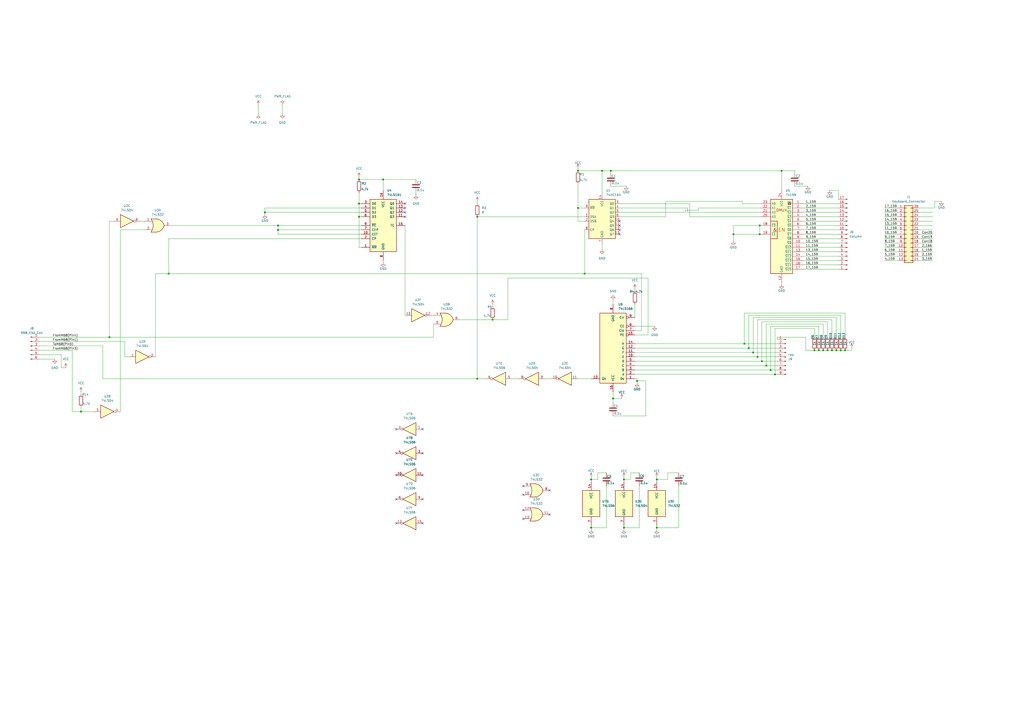
<source format=kicad_sch>
(kicad_sch (version 20231120) (generator "eeschema") (generator_version "8.0")
  (paper "A2")
  (junction (at 482.6 203.2))
  (junction (at 477.52 203.2))
  (junction (at 480.06 203.2))
  (junction (at 208.28 125.73))
  (junction (at 487.68 203.2))
  (junction (at 161.29 133.35))
  (junction (at 339.09 158.75))
  (junction (at 485.14 203.2))
  (junction (at 161.29 130.81))
  (junction (at 222.25 104.14))
  (junction (at 444.5 212.09))
  (junction (at 285.75 185.42))
  (junction (at 349.25 99.06))
  (junction (at 208.28 104.14))
  (junction (at 381 306.07))
  (junction (at 453.39 99.06))
  (junction (at 381 278.13))
  (junction (at 335.28 120.65))
  (junction (at 276.86 219.71))
  (junction (at 439.42 207.01))
  (junction (at 208.28 118.11))
  (junction (at 425.45 135.89))
  (junction (at 335.28 99.06))
  (junction (at 361.95 278.13))
  (junction (at 369.57 220.98))
  (junction (at 434.34 201.93))
  (junction (at 63.5 195.58))
  (junction (at 46.99 238.76))
  (junction (at 474.98 203.2))
  (junction (at 153.67 123.19))
  (junction (at 97.79 158.75))
  (junction (at 440.69 130.81))
  (junction (at 276.86 125.73))
  (junction (at 342.9 278.13))
  (junction (at 449.58 217.17))
  (junction (at 436.88 204.47))
  (junction (at 361.95 306.07))
  (junction (at 472.44 203.2))
  (junction (at 441.96 209.55))
  (junction (at 354.33 99.06))
  (junction (at 342.9 306.07))
  (junction (at 490.22 203.2))
  (junction (at 447.04 214.63))
  (junction (at 355.6 231.14))
  (junction (at 431.8 199.39))
  (junction (at 440.69 135.89))
  (no_connect (at 318.77 298.45))
  (no_connect (at 234.95 118.11))
  (no_connect (at 303.53 300.99))
  (no_connect (at 234.95 125.73))
  (no_connect (at 229.87 248.92))
  (no_connect (at 245.11 248.92))
  (no_connect (at 359.41 130.81))
  (no_connect (at 234.95 120.65))
  (no_connect (at 245.11 303.53))
  (no_connect (at 318.77 284.48))
  (no_connect (at 234.95 123.19))
  (no_connect (at 359.41 128.27))
  (no_connect (at 229.87 262.89))
  (no_connect (at 359.41 135.89))
  (no_connect (at 245.11 275.59))
  (no_connect (at 359.41 133.35))
  (no_connect (at 229.87 303.53))
  (no_connect (at 229.87 275.59))
  (no_connect (at 303.53 281.94))
  (no_connect (at 245.11 262.89))
  (no_connect (at 303.53 295.91))
  (no_connect (at 303.53 287.02))
  (no_connect (at 245.11 289.56))
  (no_connect (at 229.87 289.56))
  (wire (pts (xy 513.08 151.13) (xy 520.7 151.13)))
  (wire (pts (xy 441.96 209.55) (xy 441.96 186.69)))
  (wire (pts (xy 386.08 116.84) (xy 430.53 116.84)))
  (wire (pts (xy 342.9 278.13) (xy 342.9 279.4)))
  (wire (pts (xy 440.69 130.81) (xy 440.69 135.89)))
  (wire (pts (xy 368.3 209.55) (xy 441.96 209.55)))
  (wire (pts (xy 434.34 182.88) (xy 487.68 182.88)))
  (wire (pts (xy 285.75 185.42) (xy 266.7 185.42)))
  (wire (pts (xy 447.04 189.23) (xy 447.04 214.63)))
  (wire (pts (xy 222.25 151.13) (xy 222.25 152.4)))
  (wire (pts (xy 346.71 274.32) (xy 351.79 274.32)))
  (wire (pts (xy 400.05 125.73) (xy 440.69 125.73)))
  (wire (pts (xy 22.86 203.2) (xy 41.91 203.2)))
  (wire (pts (xy 354.33 99.06) (xy 354.33 100.33)))
  (wire (pts (xy 441.96 209.55) (xy 450.85 209.55)))
  (wire (pts (xy 361.95 276.86) (xy 361.95 278.13)))
  (wire (pts (xy 375.92 161.29) (xy 294.64 161.29)))
  (wire (pts (xy 69.85 133.35) (xy 69.85 238.76)))
  (wire (pts (xy 449.58 217.17) (xy 449.58 190.5)))
  (wire (pts (xy 485.14 203.2) (xy 487.68 203.2)))
  (wire (pts (xy 533.4 125.73) (xy 541.02 125.73)))
  (wire (pts (xy 46.99 227.33) (xy 46.99 228.6)))
  (wire (pts (xy 398.78 123.19) (xy 440.69 123.19)))
  (wire (pts (xy 466.09 156.21) (xy 486.41 156.21)))
  (wire (pts (xy 440.69 130.81) (xy 425.45 130.81)))
  (wire (pts (xy 533.4 151.13) (xy 541.02 151.13)))
  (wire (pts (xy 99.06 130.81) (xy 161.29 130.81)))
  (wire (pts (xy 22.86 200.66) (xy 59.69 200.66)))
  (wire (pts (xy 368.3 189.23) (xy 379.73 189.23)))
  (wire (pts (xy 368.3 219.71) (xy 369.57 219.71)))
  (wire (pts (xy 22.86 205.74) (xy 35.56 205.74)))
  (wire (pts (xy 430.53 118.11) (xy 440.69 118.11)))
  (wire (pts (xy 22.86 198.12) (xy 72.39 198.12)))
  (wire (pts (xy 354.33 107.95) (xy 363.22 107.95)))
  (wire (pts (xy 453.39 163.83) (xy 453.39 165.1)))
  (wire (pts (xy 97.79 158.75) (xy 97.79 138.43)))
  (wire (pts (xy 370.84 274.32) (xy 365.76 274.32)))
  (wire (pts (xy 533.4 128.27) (xy 541.02 128.27)))
  (wire (pts (xy 533.4 133.35) (xy 541.02 133.35)))
  (wire (pts (xy 487.68 203.2) (xy 490.22 203.2)))
  (wire (pts (xy 276.86 116.84) (xy 276.86 118.11)))
  (wire (pts (xy 533.4 120.65) (xy 542.29 120.65)))
  (wire (pts (xy 533.4 148.59) (xy 541.02 148.59)))
  (wire (pts (xy 381 304.8) (xy 381 306.07)))
  (wire (pts (xy 294.64 185.42) (xy 285.75 185.42)))
  (wire (pts (xy 374.65 220.98) (xy 369.57 220.98)))
  (wire (pts (xy 368.3 194.31) (xy 375.92 194.31)))
  (wire (pts (xy 533.4 143.51) (xy 541.02 143.51)))
  (wire (pts (xy 393.7 306.07) (xy 381 306.07)))
  (wire (pts (xy 513.08 123.19) (xy 520.7 123.19)))
  (wire (pts (xy 431.8 181.61) (xy 490.22 181.61)))
  (wire (pts (xy 533.4 140.97) (xy 541.02 140.97)))
  (wire (pts (xy 335.28 128.27) (xy 335.28 120.65)))
  (wire (pts (xy 349.25 113.03) (xy 349.25 99.06)))
  (wire (pts (xy 208.28 118.11) (xy 209.55 118.11)))
  (wire (pts (xy 513.08 143.51) (xy 520.7 143.51)))
  (wire (pts (xy 361.95 304.8) (xy 361.95 306.07)))
  (wire (pts (xy 276.86 125.73) (xy 339.09 125.73)))
  (wire (pts (xy 251.46 195.58) (xy 251.46 187.96)))
  (wire (pts (xy 431.8 199.39) (xy 450.85 199.39)))
  (wire (pts (xy 208.28 102.87) (xy 208.28 104.14)))
  (wire (pts (xy 405.13 121.92) (xy 405.13 120.65)))
  (wire (pts (xy 349.25 99.06) (xy 354.33 99.06)))
  (wire (pts (xy 97.79 158.75) (xy 339.09 158.75)))
  (wire (pts (xy 359.41 125.73) (xy 386.08 125.73)))
  (wire (pts (xy 63.5 128.27) (xy 66.04 128.27)))
  (wire (pts (xy 397.51 121.92) (xy 405.13 121.92)))
  (wire (pts (xy 63.5 128.27) (xy 63.5 195.58)))
  (wire (pts (xy 335.28 120.65) (xy 339.09 120.65)))
  (wire (pts (xy 208.28 104.14) (xy 222.25 104.14)))
  (wire (pts (xy 393.7 281.94) (xy 393.7 306.07)))
  (wire (pts (xy 425.45 130.81) (xy 425.45 135.89)))
  (wire (pts (xy 149.86 60.96) (xy 149.86 66.04)))
  (wire (pts (xy 466.09 140.97) (xy 486.41 140.97)))
  (wire (pts (xy 513.08 120.65) (xy 520.7 120.65)))
  (wire (pts (xy 208.28 125.73) (xy 208.28 143.51)))
  (wire (pts (xy 434.34 201.93) (xy 434.34 182.88)))
  (wire (pts (xy 533.4 138.43) (xy 541.02 138.43)))
  (wire (pts (xy 163.83 60.96) (xy 163.83 66.04)))
  (wire (pts (xy 472.44 203.2) (xy 474.98 203.2)))
  (wire (pts (xy 474.98 189.23) (xy 447.04 189.23)))
  (wire (pts (xy 477.52 187.96) (xy 477.52 195.58)))
  (wire (pts (xy 400.05 118.11) (xy 400.05 125.73)))
  (wire (pts (xy 480.06 186.69) (xy 480.06 195.58)))
  (wire (pts (xy 339.09 158.75) (xy 372.11 158.75)))
  (wire (pts (xy 439.42 185.42) (xy 482.6 185.42)))
  (wire (pts (xy 436.88 184.15) (xy 485.14 184.15)))
  (wire (pts (xy 447.04 214.63) (xy 450.85 214.63)))
  (wire (pts (xy 241.3 111.76) (xy 241.3 113.03)))
  (wire (pts (xy 513.08 135.89) (xy 520.7 135.89)))
  (wire (pts (xy 35.56 205.74) (xy 35.56 213.36)))
  (wire (pts (xy 153.67 120.65) (xy 153.67 123.19)))
  (wire (pts (xy 466.09 123.19) (xy 486.41 123.19)))
  (wire (pts (xy 276.86 219.71) (xy 281.94 219.71)))
  (wire (pts (xy 359.41 118.11) (xy 400.05 118.11)))
  (wire (pts (xy 161.29 135.89) (xy 209.55 135.89)))
  (wire (pts (xy 41.91 238.76) (xy 46.99 238.76)))
  (wire (pts (xy 342.9 276.86) (xy 342.9 278.13)))
  (wire (pts (xy 466.09 146.05) (xy 486.41 146.05)))
  (wire (pts (xy 72.39 207.01) (xy 74.93 207.01)))
  (wire (pts (xy 490.22 181.61) (xy 490.22 195.58)))
  (wire (pts (xy 90.17 158.75) (xy 97.79 158.75)))
  (wire (pts (xy 398.78 120.65) (xy 398.78 123.19)))
  (wire (pts (xy 450.85 195.58) (xy 467.36 195.58)))
  (wire (pts (xy 405.13 120.65) (xy 440.69 120.65)))
  (wire (pts (xy 234.95 130.81) (xy 234.95 182.88)))
  (wire (pts (xy 22.86 208.28) (xy 31.75 208.28)))
  (wire (pts (xy 351.79 281.94) (xy 351.79 306.07)))
  (wire (pts (xy 335.28 97.79) (xy 335.28 99.06)))
  (wire (pts (xy 346.71 278.13) (xy 346.71 274.32)))
  (wire (pts (xy 542.29 116.84) (xy 546.1 116.84)))
  (wire (pts (xy 316.23 219.71) (xy 320.04 219.71)))
  (wire (pts (xy 368.3 167.64) (xy 368.3 168.91)))
  (wire (pts (xy 485.14 184.15) (xy 485.14 195.58)))
  (wire (pts (xy 153.67 123.19) (xy 153.67 124.46)))
  (wire (pts (xy 444.5 212.09) (xy 444.5 187.96)))
  (wire (pts (xy 513.08 146.05) (xy 520.7 146.05)))
  (wire (pts (xy 153.67 120.65) (xy 209.55 120.65)))
  (wire (pts (xy 375.92 194.31) (xy 375.92 161.29)))
  (wire (pts (xy 97.79 138.43) (xy 209.55 138.43)))
  (wire (pts (xy 359.41 120.65) (xy 398.78 120.65)))
  (wire (pts (xy 434.34 201.93) (xy 450.85 201.93)))
  (wire (pts (xy 342.9 304.8) (xy 342.9 306.07)))
  (wire (pts (xy 466.09 148.59) (xy 486.41 148.59)))
  (wire (pts (xy 461.01 107.95) (xy 468.63 107.95)))
  (wire (pts (xy 361.95 306.07) (xy 361.95 307.34)))
  (wire (pts (xy 369.57 219.71) (xy 369.57 220.98)))
  (wire (pts (xy 208.28 111.76) (xy 208.28 118.11)))
  (wire (pts (xy 46.99 236.22) (xy 46.99 238.76)))
  (wire (pts (xy 513.08 140.97) (xy 520.7 140.97)))
  (wire (pts (xy 339.09 128.27) (xy 335.28 128.27)))
  (wire (pts (xy 513.08 133.35) (xy 520.7 133.35)))
  (wire (pts (xy 222.25 104.14) (xy 222.25 110.49)))
  (wire (pts (xy 161.29 133.35) (xy 161.29 130.81)))
  (wire (pts (xy 368.3 214.63) (xy 447.04 214.63)))
  (wire (pts (xy 365.76 274.32) (xy 365.76 278.13)))
  (wire (pts (xy 444.5 212.09) (xy 450.85 212.09)))
  (wire (pts (xy 370.84 306.07) (xy 370.84 281.94)))
  (wire (pts (xy 368.3 204.47) (xy 436.88 204.47)))
  (wire (pts (xy 466.09 128.27) (xy 486.41 128.27)))
  (wire (pts (xy 368.3 207.01) (xy 439.42 207.01)))
  (wire (pts (xy 381 278.13) (xy 381 279.4)))
  (wire (pts (xy 339.09 133.35) (xy 339.09 158.75)))
  (wire (pts (xy 439.42 207.01) (xy 439.42 185.42)))
  (wire (pts (xy 208.28 143.51) (xy 209.55 143.51)))
  (wire (pts (xy 368.3 217.17) (xy 449.58 217.17)))
  (wire (pts (xy 461.01 99.06) (xy 461.01 100.33)))
  (wire (pts (xy 450.85 195.58) (xy 450.85 196.85)))
  (wire (pts (xy 474.98 195.58) (xy 474.98 189.23)))
  (wire (pts (xy 349.25 140.97) (xy 349.25 144.78)))
  (wire (pts (xy 335.28 219.71) (xy 342.9 219.71)))
  (wire (pts (xy 466.09 130.81) (xy 486.41 130.81)))
  (wire (pts (xy 466.09 153.67) (xy 486.41 153.67)))
  (wire (pts (xy 208.28 125.73) (xy 208.28 118.11)))
  (wire (pts (xy 466.09 118.11) (xy 486.41 118.11)))
  (wire (pts (xy 374.65 241.3) (xy 374.65 220.98)))
  (wire (pts (xy 466.09 151.13) (xy 486.41 151.13)))
  (wire (pts (xy 393.7 274.32) (xy 387.35 274.32)))
  (wire (pts (xy 467.36 203.2) (xy 472.44 203.2)))
  (wire (pts (xy 368.3 212.09) (xy 444.5 212.09)))
  (wire (pts (xy 513.08 138.43) (xy 520.7 138.43)))
  (wire (pts (xy 466.09 143.51) (xy 486.41 143.51)))
  (wire (pts (xy 372.11 191.77) (xy 368.3 191.77)))
  (wire (pts (xy 22.86 195.58) (xy 63.5 195.58)))
  (wire (pts (xy 477.52 203.2) (xy 480.06 203.2)))
  (wire (pts (xy 342.9 306.07) (xy 342.9 307.34)))
  (wire (pts (xy 351.79 306.07) (xy 342.9 306.07)))
  (wire (pts (xy 354.33 99.06) (xy 453.39 99.06)))
  (wire (pts (xy 381 276.86) (xy 381 278.13)))
  (wire (pts (xy 297.18 219.71) (xy 300.99 219.71)))
  (wire (pts (xy 425.45 139.7) (xy 425.45 135.89)))
  (wire (pts (xy 161.29 133.35) (xy 209.55 133.35)))
  (wire (pts (xy 513.08 128.27) (xy 520.7 128.27)))
  (wire (pts (xy 368.3 199.39) (xy 431.8 199.39)))
  (wire (pts (xy 466.09 133.35) (xy 486.41 133.35)))
  (wire (pts (xy 285.75 176.53) (xy 285.75 177.8)))
  (wire (pts (xy 81.28 128.27) (xy 83.82 128.27)))
  (wire (pts (xy 63.5 195.58) (xy 251.46 195.58)))
  (wire (pts (xy 365.76 278.13) (xy 361.95 278.13)))
  (wire (pts (xy 453.39 99.06) (xy 461.01 99.06)))
  (wire (pts (xy 490.22 203.2) (xy 494.03 203.2)))
  (wire (pts (xy 361.95 278.13) (xy 361.95 279.4)))
  (wire (pts (xy 355.6 231.14) (xy 355.6 233.68)))
  (wire (pts (xy 368.3 201.93) (xy 434.34 201.93)))
  (wire (pts (xy 466.09 120.65) (xy 486.41 120.65)))
  (wire (pts (xy 441.96 186.69) (xy 480.06 186.69)))
  (wire (pts (xy 161.29 135.89) (xy 161.29 133.35)))
  (wire (pts (xy 222.25 104.14) (xy 241.3 104.14)))
  (wire (pts (xy 513.08 130.81) (xy 520.7 130.81)))
  (wire (pts (xy 482.6 185.42) (xy 482.6 195.58)))
  (wire (pts (xy 486.41 110.49) (xy 486.41 115.57)))
  (wire (pts (xy 482.6 203.2) (xy 485.14 203.2)))
  (wire (pts (xy 533.4 130.81) (xy 541.02 130.81)))
  (wire (pts (xy 481.33 110.49) (xy 486.41 110.49)))
  (wire (pts (xy 35.56 213.36) (xy 38.1 213.36)))
  (wire (pts (xy 59.69 219.71) (xy 276.86 219.71)))
  (wire (pts (xy 474.98 203.2) (xy 477.52 203.2)))
  (wire (pts (xy 467.36 195.58) (xy 467.36 203.2)))
  (wire (pts (xy 369.57 220.98) (xy 369.57 222.25)))
  (wire (pts (xy 72.39 198.12) (xy 72.39 207.01)))
  (wire (pts (xy 472.44 190.5) (xy 472.44 195.58)))
  (wire (pts (xy 361.95 306.07) (xy 370.84 306.07)))
  (wire (pts (xy 387.35 274.32) (xy 387.35 278.13)))
  (wire (pts (xy 386.08 125.73) (xy 386.08 116.84)))
  (wire (pts (xy 359.41 123.19) (xy 397.51 123.19)))
  (wire (pts (xy 372.11 158.75) (xy 372.11 191.77)))
  (wire (pts (xy 250.19 182.88) (xy 251.46 182.88)))
  (wire (pts (xy 533.4 123.19) (xy 541.02 123.19)))
  (wire (pts (xy 487.68 182.88) (xy 487.68 195.58)))
  (wire (pts (xy 368.3 176.53) (xy 368.3 184.15)))
  (wire (pts (xy 355.6 231.14) (xy 360.68 231.14)))
  (wire (pts (xy 513.08 148.59) (xy 520.7 148.59)))
  (wire (pts (xy 153.67 123.19) (xy 209.55 123.19)))
  (wire (pts (xy 46.99 238.76) (xy 54.61 238.76)))
  (wire (pts (xy 335.28 106.68) (xy 335.28 120.65)))
  (wire (pts (xy 355.6 227.33) (xy 355.6 231.14)))
  (wire (pts (xy 444.5 187.96) (xy 477.52 187.96)))
  (wire (pts (xy 355.6 241.3) (xy 374.65 241.3)))
  (wire (pts (xy 209.55 125.73) (xy 208.28 125.73)))
  (wire (pts (xy 436.88 204.47) (xy 436.88 184.15)))
  (wire (pts (xy 430.53 116.84) (xy 430.53 118.11)))
  (wire (pts (xy 494.03 203.2) (xy 494.03 201.93)))
  (wire (pts (xy 449.58 217.17) (xy 450.85 217.17)))
  (wire (pts (xy 59.69 200.66) (xy 59.69 219.71)))
  (wire (pts (xy 90.17 207.01) (xy 90.17 158.75)))
  (wire (pts (xy 397.51 123.19) (xy 397.51 121.92)))
  (wire (pts (xy 355.6 173.99) (xy 355.6 176.53)))
  (wire (pts (xy 533.4 146.05) (xy 541.02 146.05)))
  (wire (pts (xy 425.45 135.89) (xy 440.69 135.89)))
  (wire (pts (xy 69.85 133.35) (xy 83.82 133.35)))
  (wire (pts (xy 161.29 130.81) (xy 209.55 130.81)))
  (wire (pts (xy 436.88 204.47) (xy 450.85 204.47)))
  (wire (pts (xy 431.8 199.39) (xy 431.8 181.61)))
  (wire (pts (xy 276.86 125.73) (xy 276.86 219.71)))
  (wire (pts (xy 387.35 278.13) (xy 381 278.13)))
  (wire (pts (xy 41.91 203.2) (xy 41.91 238.76)))
  (wire (pts (xy 439.42 207.01) (xy 450.85 207.01)))
  (wire (pts (xy 342.9 278.13) (xy 346.71 278.13)))
  (wire (pts (xy 513.08 125.73) (xy 520.7 125.73)))
  (wire (pts (xy 466.09 138.43) (xy 486.41 138.43)))
  (wire (pts (xy 542.29 120.65) (xy 542.29 116.84)))
  (wire (pts (xy 480.06 203.2) (xy 482.6 203.2)))
  (wire (pts (xy 466.09 125.73) (xy 486.41 125.73)))
  (wire (pts (xy 294.64 161.29) (xy 294.64 185.42)))
  (wire (pts (xy 453.39 99.06) (xy 453.39 110.49)))
  (wire (pts (xy 381 306.07) (xy 381 307.34)))
  (wire (pts (xy 449.58 190.5) (xy 472.44 190.5)))
  (wire (pts (xy 349.25 99.06) (xy 335.28 99.06)))
  (wire (pts (xy 533.4 135.89) (xy 541.02 135.89)))
  (wire (pts (xy 466.09 135.89) (xy 486.41 135.89)))
  (label "2_159" (at 534.67 148.59 0))
  (label "10_159" (at 467.36 140.97 0))
  (label "5_159" (at 467.36 128.27 0))
  (label "4_159" (at 513.08 151.13 0))
  (label "6_159" (at 467.36 130.81 0))
  (label "3_159" (at 534.67 151.13 0))
  (label "5_159" (at 513.08 148.59 0))
  (label "11_159" (at 513.08 133.35 0))
  (label "Con19" (at 534.67 138.43 0))
  (label "Con20" (at 534.67 135.89 0))
  (label "Con18" (at 534.67 140.97 0))
  (label "2_159" (at 467.36 120.65 0))
  (label "7_159" (at 513.08 143.51 0))
  (label "14_159" (at 513.08 128.27 0))
  (label "1_159" (at 467.36 118.11 0))
  (label "14_159" (at 467.36 148.59 0))
  (label "FromM68(Pin4)" (at 30.48 195.58 0))
  (label "4_159" (at 467.36 125.73 0))
  (label "6_159" (at 513.08 146.05 0))
  (label "17_159" (at 467.36 156.21 0))
  (label "13_159" (at 513.08 130.81 0))
  (label "3_159" (at 467.36 123.19 0))
  (label "8_159" (at 513.08 140.97 0))
  (label "15_159" (at 513.08 125.73 0))
  (label "10_159" (at 513.08 135.89 0))
  (label "15_159" (at 467.36 151.13 0))
  (label "11_159" (at 467.36 143.51 0))
  (label "2_166" (at 534.67 143.51 0))
  (label "ToM68(Pin5)" (at 30.48 200.66 0))
  (label "7_159" (at 467.36 133.35 0))
  (label "17_159" (at 513.08 120.65 0))
  (label "16_159" (at 467.36 153.67 0))
  (label "13_159" (at 467.36 146.05 0))
  (label "16_159" (at 513.08 123.19 0))
  (label "9_159" (at 467.36 138.43 0))
  (label "9_159" (at 513.08 138.43 0))
  (label "FromM68(Pin1)" (at 30.48 198.12 0))
  (label "8_159" (at 467.36 135.89 0))
  (label "FromM68(Pin3)" (at 30.48 203.2 0))
  (label "1_159" (at 534.67 146.05 0))
  (symbol (lib_id "power:GND") (at 468.63 107.95 0) (unit 1)
    (property "Reference" "#PWR010" (effects (hide yes)))
    (property "Value" "GND" (at 468.63 111.506 0))
    (property "Description" "Power symbol creates a global label with name \"GND\" , ground" (effects (hide yes)))
  )
  (symbol (lib_id "power:PWR_FLAG") (at 149.86 66.04 180) (unit 1)
    (property "Reference" "#FLG02" (effects (hide yes)))
    (property "Value" "PWR_FLAG" (at 149.86 71.12 0))
    (property "Description" "Special symbol for telling ERC where power comes from" (effects (hide yes)))
  )
  (symbol (lib_id "Device:R") (at 46.99 232.41 0) (unit 1)
    (property "Reference" "R14" (at 47.498 228.854 0) (effects (justify left)))
    (property "Value" "4.7k" (at 48.006 234.188 0) (effects (justify left)))
    (property "Footprint" "Resistor_THT:R_Axial_DIN0207_L6.3mm_D2.5mm_P10.16mm_Horizontal" (effects (hide yes)))
    (property "Description" "Resistor" (effects (hide yes)))
  )
  (symbol (lib_id "74xx:74LS166") (at 355.6 201.93 180) (unit 1)
    (property "Reference" "U6" (at 358.6165 176.53 0) (effects (justify right)))
    (property "Value" "74LS166" (at 358.6165 179.07 0) (effects (justify right)))
    (property "Footprint" "Package_DIP:DIP-16_W7.62mm_Socket_LongPads" (effects (hide yes)))
    (property "Datasheet" "http://www.ti.com/lit/gpn/sn74LS166" (effects (hide yes)))
    (property "Description" "Shift Register 8-bit, parallel load" (effects (hide yes)))
  )
  (symbol (lib_id "power:GND") (at 349.25 144.78 0) (unit 1)
    (property "Reference" "#PWR016" (effects (hide yes)))
    (property "Value" "GND" (at 349.25 149.86 0))
    (property "Description" "Power symbol creates a global label with name \"GND\" , ground" (effects (hide yes)))
  )
  (symbol (lib_id "Device:R") (at 276.86 121.92 0) (unit 1)
    (property "Reference" "R3" (at 279.4 120.6499 0) (effects (justify left)))
    (property "Value" "R" (at 279.4 123.1899 0) (effects (justify left)))
    (property "Footprint" "Resistor_THT:R_Axial_DIN0207_L6.3mm_D2.5mm_P10.16mm_Horizontal" (effects (hide yes)))
    (property "Description" "Resistor" (effects (hide yes)))
  )
  (symbol (lib_id "Device:C") (at 393.7 278.13 0) (unit 1)
    (property "Reference" "C7" (at 394.208 276.352 0) (effects (justify left)))
    (property "Value" "0.1u" (at 394.208 280.416 0) (effects (justify left)))
    (property "Footprint" "Capacitor_THT:C_Disc_D5.0mm_W2.5mm_P2.50mm" (effects (hide yes)))
    (property "Description" "Unpolarized capacitor" (effects (hide yes)))
  )
  (symbol (lib_id "74xx:74HC164") (at 349.25 125.73 0) (unit 1)
    (property "Reference" "U1" (at 351.4441 110.49 0) (effects (justify left)))
    (property "Value" "74HC164" (at 351.4441 113.03 0) (effects (justify left)))
    (property "Footprint" "Package_DIP:DIP-14_W7.62mm_Socket_LongPads" (effects (hide yes)))
    (property "Datasheet" "https://assets.nexperia.com/documents/data-sheet/74HC_HCT164.pdf" (effects (hide yes)))
    (property "Description" "8-bit serial-in parallel-out shift register" (effects (hide yes)))
  )
  (symbol (lib_id "74xx:74LS32") (at 311.15 284.48 0) (unit 3)
    (property "Reference" "U3" (at 311.15 275.59 0))
    (property "Value" "74LS32" (at 311.15 278.13 0))
    (property "Footprint" "Package_DIP:DIP-14_W7.62mm_Socket_LongPads" (effects (hide yes)))
    (property "Datasheet" "http://www.ti.com/lit/gpn/sn74LS32" (effects (hide yes)))
    (property "Description" "Quad 2-input OR" (effects (hide yes)))
  )
  (symbol (lib_id "power:VCC") (at 38.1 213.36 0) (unit 1)
    (property "Reference" "#PWR027" (effects (hide yes)))
    (property "Value" "VCC" (at 38.1 208.28 0))
    (property "Description" "Power symbol creates a global label with name \"VCC\"" (effects (hide yes)))
  )
  (symbol (lib_id "Device:R") (at 480.06 199.39 0) (unit 1)
    (property "Reference" "R9" (at 479.044 196.85 90) (effects (justify left)))
    (property "Value" "1k" (at 480.06 200.406 90) (effects (justify left)))
    (property "Footprint" "Resistor_THT:R_Axial_DIN0207_L6.3mm_D2.5mm_P10.16mm_Horizontal" (effects (hide yes)))
    (property "Description" "Resistor" (effects (hide yes)))
  )
  (symbol (lib_id "power:GND") (at 241.3 113.03 0) (unit 1)
    (property "Reference" "#PWR012" (effects (hide yes)))
    (property "Value" "GND" (at 241.3 118.11 0))
    (property "Description" "Power symbol creates a global label with name \"GND\" , ground" (effects (hide yes)))
  )
  (symbol (lib_id "power:GND") (at 222.25 152.4 0) (unit 1)
    (property "Reference" "#PWR018" (effects (hide yes)))
    (property "Value" "GND" (at 222.25 155.956 0))
    (property "Description" "Power symbol creates a global label with name \"GND\" , ground" (effects (hide yes)))
  )
  (symbol (lib_id "power:VCC") (at 285.75 176.53 0) (unit 1)
    (property "Reference" "#PWR022" (effects (hide yes)))
    (property "Value" "VCC" (at 285.75 171.45 0))
    (property "Description" "Power symbol creates a global label with name \"VCC\"" (effects (hide yes)))
  )
  (symbol (lib_id "74xx:74LS06") (at 237.49 289.56 180) (unit 4)
    (property "Reference" "U7" (at 237.49 280.67 0))
    (property "Value" "74LS06" (at 237.49 283.21 0))
    (property "Footprint" "Package_DIP:DIP-14_W7.62mm_Socket_LongPads" (effects (hide yes)))
    (property "Datasheet" "http://www.ti.com/lit/gpn/sn74LS06" (effects (hide yes)))
    (property "Description" "Inverter Open Collect" (effects (hide yes)))
  )
  (symbol (lib_id "power:VCC") (at 149.86 60.96 0) (unit 1)
    (property "Reference" "#PWR02" (effects (hide yes)))
    (property "Value" "VCC" (at 149.86 55.88 0))
    (property "Description" "Power symbol creates a global label with name \"VCC\"" (effects (hide yes)))
  )
  (symbol (lib_id "74xx:74LS32") (at 381 292.1 0) (unit 5)
    (property "Reference" "U3" (at 387.35 290.8299 0) (effects (justify left)))
    (property "Value" "74LS32" (at 387.35 293.3699 0) (effects (justify left)))
    (property "Footprint" "Package_DIP:DIP-14_W7.62mm_Socket_LongPads" (effects (hide yes)))
    (property "Datasheet" "http://www.ti.com/lit/gpn/sn74LS32" (effects (hide yes)))
    (property "Description" "Quad 2-input OR" (effects (hide yes)))
  )
  (symbol (lib_id "power:VCC") (at 361.95 276.86 0) (unit 1)
    (property "Reference" "#PWR033" (effects (hide yes)))
    (property "Value" "VCC" (at 361.95 273.304 0))
    (property "Description" "Power symbol creates a global label with name \"VCC\"" (effects (hide yes)))
  )
  (symbol (lib_id "Device:C") (at 241.3 107.95 0) (unit 1)
    (property "Reference" "C3" (at 241.808 105.918 0) (effects (justify left)))
    (property "Value" "0.1u" (at 241.808 110.236 0) (effects (justify left)))
    (property "Footprint" "Capacitor_THT:C_Disc_D5.0mm_W2.5mm_P2.50mm" (effects (hide yes)))
    (property "Description" "Unpolarized capacitor" (effects (hide yes)))
  )
  (symbol (lib_id "74xx:74LS06") (at 237.49 262.89 180) (unit 2)
    (property "Reference" "U7" (at 237.49 254 0))
    (property "Value" "74LS06" (at 237.49 256.54 0))
    (property "Footprint" "Package_DIP:DIP-14_W7.62mm_Socket_LongPads" (effects (hide yes)))
    (property "Datasheet" "http://www.ti.com/lit/gpn/sn74LS06" (effects (hide yes)))
    (property "Description" "Inverter Open Collect" (effects (hide yes)))
  )
  (symbol (lib_id "Device:C") (at 351.79 278.13 0) (unit 1)
    (property "Reference" "C5" (at 352.044 276.352 0) (effects (justify left)))
    (property "Value" "0.1u" (at 352.044 280.162 0) (effects (justify left)))
    (property "Footprint" "Capacitor_THT:C_Disc_D5.0mm_W2.5mm_P2.50mm" (effects (hide yes)))
    (property "Description" "Unpolarized capacitor" (effects (hide yes)))
  )
  (symbol (lib_id "74xx:74LS06") (at 237.49 248.92 180) (unit 1)
    (property "Reference" "U7" (at 237.49 240.03 0))
    (property "Value" "74LS06" (at 237.49 242.57 0))
    (property "Footprint" "Package_DIP:DIP-14_W7.62mm_Socket_LongPads" (effects (hide yes)))
    (property "Datasheet" "http://www.ti.com/lit/gpn/sn74LS06" (effects (hide yes)))
    (property "Description" "Inverter Open Collect" (effects (hide yes)))
  )
  (symbol (lib_id "power:GND") (at 481.33 110.49 0) (unit 1)
    (property "Reference" "#PWR011" (effects (hide yes)))
    (property "Value" "GND" (at 481.33 114.046 0))
    (property "Description" "Power symbol creates a global label with name \"GND\" , ground" (effects (hide yes)))
  )
  (symbol (lib_id "power:GND") (at 363.22 107.95 0) (unit 1)
    (property "Reference" "#PWR09" (effects (hide yes)))
    (property "Value" "GND" (at 363.22 111.506 0))
    (property "Description" "Power symbol creates a global label with name \"GND\" , ground" (effects (hide yes)))
  )
  (symbol (lib_id "74xx:74LS04") (at 73.66 128.27 0) (unit 3)
    (property "Reference" "U2" (at 73.66 119.38 0))
    (property "Value" "74LS04" (at 73.66 121.92 0))
    (property "Footprint" "Package_DIP:DIP-14_W7.62mm_Socket_LongPads" (effects (hide yes)))
    (property "Datasheet" "http://www.ti.com/lit/gpn/sn74LS04" (effects (hide yes)))
    (property "Description" "Hex Inverter" (effects (hide yes)))
  )
  (symbol (lib_id "power:GND") (at 342.9 307.34 0) (unit 1)
    (property "Reference" "#PWR035" (effects (hide yes)))
    (property "Value" "GND" (at 342.9 311.15 0))
    (property "Description" "Power symbol creates a global label with name \"GND\" , ground" (effects (hide yes)))
  )
  (symbol (lib_id "power:VCC") (at 360.68 231.14 0) (unit 1)
    (property "Reference" "#PWR030" (effects (hide yes)))
    (property "Value" "VCC" (at 360.68 227.584 0))
    (property "Description" "Power symbol creates a global label with name \"VCC\"" (effects (hide yes)))
  )
  (symbol (lib_id "Device:R") (at 335.28 102.87 0) (unit 1)
    (property "Reference" "R1" (at 336.296 101.092 0) (effects (justify left)))
    (property "Value" "4.7k" (at 336.296 104.394 0) (effects (justify left)))
    (property "Footprint" "Resistor_THT:R_Axial_DIN0207_L6.3mm_D2.5mm_P10.16mm_Horizontal" (effects (hide yes)))
    (property "Description" "Resistor" (effects (hide yes)))
  )
  (symbol (lib_id "74xx:74LS04") (at 62.23 238.76 0) (unit 2)
    (property "Reference" "U2" (at 62.23 229.87 0))
    (property "Value" "74LS04" (at 62.23 232.41 0))
    (property "Footprint" "Package_DIP:DIP-14_W7.62mm_Socket_LongPads" (effects (hide yes)))
    (property "Datasheet" "http://www.ti.com/lit/gpn/sn74LS04" (effects (hide yes)))
    (property "Description" "Hex Inverter" (effects (hide yes)))
  )
  (symbol (lib_id "74xx:74LS06") (at 342.9 292.1 0) (unit 7)
    (property "Reference" "U7" (at 349.25 290.8299 0) (effects (justify left)))
    (property "Value" "74LS06" (at 349.25 293.3699 0) (effects (justify left)))
    (property "Footprint" "Package_DIP:DIP-14_W7.62mm_Socket_LongPads" (effects (hide yes)))
    (property "Datasheet" "http://www.ti.com/lit/gpn/sn74LS06" (effects (hide yes)))
    (property "Description" "Inverter Open Collect" (effects (hide yes)))
  )
  (symbol (lib_id "power:VCC") (at 342.9 276.86 0) (unit 1)
    (property "Reference" "#PWR032" (effects (hide yes)))
    (property "Value" "VCC" (at 342.9 273.05 0))
    (property "Description" "Power symbol creates a global label with name \"VCC\"" (effects (hide yes)))
  )
  (symbol (lib_id "power:VCC") (at 381 276.86 0) (unit 1)
    (property "Reference" "#PWR034" (effects (hide yes)))
    (property "Value" "VCC" (at 381 273.304 0))
    (property "Description" "Power symbol creates a global label with name \"VCC\"" (effects (hide yes)))
  )
  (symbol (lib_id "Device:R") (at 285.75 181.61 0) (unit 1)
    (property "Reference" "R5" (at 282.702 178.054 0) (effects (justify left)))
    (property "Value" "4.7k" (at 280.416 183.134 0) (effects (justify left)))
    (property "Footprint" "Resistor_THT:R_Axial_DIN0207_L6.3mm_D2.5mm_P10.16mm_Horizontal" (effects (hide yes)))
    (property "Description" "Resistor" (effects (hide yes)))
  )
  (symbol (lib_id "power:VCC") (at 494.03 201.93 0) (unit 1)
    (property "Reference" "#PWR038" (effects (hide yes)))
    (property "Value" "VCC" (at 494.03 198.628 0))
    (property "Description" "Power symbol creates a global label with name \"VCC\"" (effects (hide yes)))
  )
  (symbol (lib_id "Device:R") (at 490.22 199.39 0) (unit 1)
    (property "Reference" "R13" (at 489.458 196.85 90) (effects (justify left)))
    (property "Value" "1k" (at 490.22 200.406 90) (effects (justify left)))
    (property "Footprint" "Resistor_THT:R_Axial_DIN0207_L6.3mm_D2.5mm_P10.16mm_Horizontal" (effects (hide yes)))
    (property "Description" "Resistor" (effects (hide yes)))
  )
  (symbol (lib_id "74xx:74LS06") (at 237.49 275.59 180) (unit 5)
    (property "Reference" "U7" (at 237.49 266.7 0))
    (property "Value" "74LS06" (at 237.49 269.24 0))
    (property "Footprint" "Package_DIP:DIP-14_W7.62mm_Socket_LongPads" (effects (hide yes)))
    (property "Datasheet" "http://www.ti.com/lit/gpn/sn74LS06" (effects (hide yes)))
    (property "Description" "Inverter Open Collect" (effects (hide yes)))
  )
  (symbol (lib_id "power:GND") (at 163.83 66.04 0) (unit 1)
    (property "Reference" "#PWR03" (effects (hide yes)))
    (property "Value" "GND" (at 163.83 71.12 0))
    (property "Description" "Power symbol creates a global label with name \"GND\" , ground" (effects (hide yes)))
  )
  (symbol (lib_id "Device:R") (at 368.3 172.72 0) (unit 1)
    (property "Reference" "R4" (at 365.252 169.164 0) (effects (justify left)))
    (property "Value" "4.7k" (at 368.554 169.164 0) (effects (justify left)))
    (property "Footprint" "Resistor_THT:R_Axial_DIN0207_L6.3mm_D2.5mm_P10.16mm_Horizontal" (effects (hide yes)))
    (property "Description" "Resistor" (effects (hide yes)))
  )
  (symbol (lib_id "74xx:74LS04") (at 308.61 219.71 180) (unit 4)
    (property "Reference" "U2" (at 308.61 210.82 0))
    (property "Value" "74LS04" (at 308.61 213.36 0))
    (property "Footprint" "Package_DIP:DIP-14_W7.62mm_Socket_LongPads" (effects (hide yes)))
    (property "Datasheet" "http://www.ti.com/lit/gpn/sn74LS04" (effects (hide yes)))
    (property "Description" "Hex Inverter" (effects (hide yes)))
  )
  (symbol (lib_id "power:GND") (at 453.39 165.1 0) (unit 1)
    (property "Reference" "#PWR019" (effects (hide yes)))
    (property "Value" "GND" (at 453.39 168.656 0))
    (property "Description" "Power symbol creates a global label with name \"GND\" , ground" (effects (hide yes)))
  )
  (symbol (lib_id "Device:C") (at 354.33 104.14 0) (unit 1)
    (property "Reference" "C1" (at 354.584 102.108 0) (effects (justify left)))
    (property "Value" "0.1u" (at 354.838 106.172 0) (effects (justify left)))
    (property "Footprint" "Capacitor_THT:C_Disc_D5.0mm_W2.5mm_P2.50mm" (effects (hide yes)))
    (property "Description" "Unpolarized capacitor" (effects (hide yes)))
  )
  (symbol (lib_id "74xx:74LS04") (at 327.66 219.71 180) (unit 5)
    (property "Reference" "U2" (at 327.66 210.82 0))
    (property "Value" "74LS04" (at 327.66 213.36 0))
    (property "Footprint" "Package_DIP:DIP-14_W7.62mm_Socket_LongPads" (effects (hide yes)))
    (property "Datasheet" "http://www.ti.com/lit/gpn/sn74LS04" (effects (hide yes)))
    (property "Description" "Hex Inverter" (effects (hide yes)))
  )
  (symbol (lib_id "Device:C") (at 370.84 278.13 0) (unit 1)
    (property "Reference" "C6" (at 371.094 276.098 0) (effects (justify left)))
    (property "Value" "0.1u" (at 371.348 280.162 0) (effects (justify left)))
    (property "Footprint" "Capacitor_THT:C_Disc_D5.0mm_W2.5mm_P2.50mm" (effects (hide yes)))
    (property "Description" "Unpolarized capacitor" (effects (hide yes)))
  )
  (symbol (lib_id "Device:R") (at 472.44 199.39 0) (unit 1)
    (property "Reference" "R6" (at 471.424 196.85 90) (effects (justify left)))
    (property "Value" "1k" (at 472.44 200.406 90) (effects (justify left)))
    (property "Footprint" "Resistor_THT:R_Axial_DIN0207_L6.3mm_D2.5mm_P10.16mm_Horizontal" (effects (hide yes)))
    (property "Description" "Resistor" (effects (hide yes)))
  )
  (symbol (lib_id "power:GND") (at 361.95 307.34 0) (unit 1)
    (property "Reference" "#PWR036" (effects (hide yes)))
    (property "Value" "GND" (at 361.95 311.15 0))
    (property "Description" "Power symbol creates a global label with name \"GND\" , ground" (effects (hide yes)))
  )
  (symbol (lib_id "74xx:74LS06") (at 237.49 303.53 180) (unit 6)
    (property "Reference" "U7" (at 237.49 294.64 0))
    (property "Value" "74LS06" (at 237.49 297.18 0))
    (property "Footprint" "Package_DIP:DIP-14_W7.62mm_Socket_LongPads" (effects (hide yes)))
    (property "Datasheet" "http://www.ti.com/lit/gpn/sn74LS06" (effects (hide yes)))
    (property "Description" "Inverter Open Collect" (effects (hide yes)))
  )
  (symbol (lib_id "Device:R") (at 474.98 199.39 0) (unit 1)
    (property "Reference" "R7" (at 473.964 196.85 90) (effects (justify left)))
    (property "Value" "1k" (at 474.98 200.406 90) (effects (justify left)))
    (property "Footprint" "Resistor_THT:R_Axial_DIN0207_L6.3mm_D2.5mm_P10.16mm_Horizontal" (effects (hide yes)))
    (property "Description" "Resistor" (effects (hide yes)))
  )
  (symbol (lib_id "Connector:Conn_01x17_Pin") (at 491.49 135.89 180) (unit 1)
    (property "Reference" "J6" (at 492.76 134.6199 0) (effects (justify right)))
    (property "Value" "Column" (at 492.76 137.1599 0) (effects (justify right)))
    (property "Footprint" "Connector_PinHeader_2.54mm:PinHeader_1x17_P2.54mm_Vertical" (effects (hide yes)))
    (property "Description" "Generic connector, single row, 01x17, script generated" (effects (hide yes)))
  )
  (symbol (lib_id "Connector_Generic:Conn_02x13_Counter_Clockwise") (at 525.78 135.89 0) (unit 1)
    (property "Reference" "J1" (at 527.05 114.3 0))
    (property "Value" "Keyboard_Connector" (at 527.05 116.84 0))
    (property "Description" "Generic connector, double row, 02x13, counter clockwise pin numbering scheme (similar to DIP package numbering), script generated (kicad-library-utils/schlib/autogen/connector/)" (effects (hide yes)))
  )
  (symbol (lib_id "power:GND") (at 355.6 173.99 180) (unit 1)
    (property "Reference" "#PWR021" (effects (hide yes)))
    (property "Value" "GND" (at 355.6 168.91 0))
    (property "Description" "Power symbol creates a global label with name \"GND\" , ground" (effects (hide yes)))
  )
  (symbol (lib_id "power:GND") (at 546.1 116.84 0) (unit 1)
    (property "Reference" "#PWR01" (effects (hide yes)))
    (property "Value" "GND" (at 546.1 120.396 0))
    (property "Description" "Power symbol creates a global label with name \"GND\" , ground" (effects (hide yes)))
  )
  (symbol (lib_id "74xx:74LS32") (at 91.44 130.81 0) (unit 1)
    (property "Reference" "U3" (at 91.44 121.92 0))
    (property "Value" "74LS32" (at 91.44 124.46 0))
    (property "Footprint" "Package_DIP:DIP-14_W7.62mm_Socket_LongPads" (effects (hide yes)))
    (property "Datasheet" "http://www.ti.com/lit/gpn/sn74LS32" (effects (hide yes)))
    (property "Description" "Quad 2-input OR" (effects (hide yes)))
  )
  (symbol (lib_id "power:VCC") (at 208.28 102.87 0) (unit 1)
    (property "Reference" "#PWR08" (effects (hide yes)))
    (property "Value" "VCC" (at 208.28 97.79 0))
    (property "Description" "Power symbol creates a global label with name \"VCC\"" (effects (hide yes)))
  )
  (symbol (lib_id "power:GND") (at 31.75 208.28 0) (unit 1)
    (property "Reference" "#PWR026" (effects (hide yes)))
    (property "Value" "GND" (at 31.75 213.36 0))
    (property "Description" "Power symbol creates a global label with name \"GND\" , ground" (effects (hide yes)))
  )
  (symbol (lib_id "Device:R") (at 477.52 199.39 0) (unit 1)
    (property "Reference" "R8" (at 476.504 196.85 90) (effects (justify left)))
    (property "Value" "1k" (at 477.52 200.406 90) (effects (justify left)))
    (property "Footprint" "Resistor_THT:R_Axial_DIN0207_L6.3mm_D2.5mm_P10.16mm_Horizontal" (effects (hide yes)))
    (property "Description" "Resistor" (effects (hide yes)))
  )
  (symbol (lib_id "74xx:74LS32") (at 311.15 298.45 0) (unit 4)
    (property "Reference" "U3" (at 311.15 289.56 0))
    (property "Value" "74LS32" (at 311.15 292.1 0))
    (property "Footprint" "Package_DIP:DIP-14_W7.62mm_Socket_LongPads" (effects (hide yes)))
    (property "Datasheet" "http://www.ti.com/lit/gpn/sn74LS32" (effects (hide yes)))
    (property "Description" "Quad 2-input OR" (effects (hide yes)))
  )
  (symbol (lib_id "Device:R") (at 208.28 107.95 0) (unit 1)
    (property "Reference" "R2" (at 209.804 106.426 0) (effects (justify left)))
    (property "Value" "4.7k" (at 209.55 109.728 0) (effects (justify left)))
    (property "Footprint" "Resistor_THT:R_Axial_DIN0207_L6.3mm_D2.5mm_P10.16mm_Horizontal" (effects (hide yes)))
    (property "Description" "Resistor" (effects (hide yes)))
  )
  (symbol (lib_id "power:PWR_FLAG") (at 163.83 60.96 0) (unit 1)
    (property "Reference" "#FLG01" (effects (hide yes)))
    (property "Value" "PWR_FLAG" (at 163.83 55.88 0))
    (property "Description" "Special symbol for telling ERC where power comes from" (effects (hide yes)))
  )
  (symbol (lib_id "74xx:74LS04") (at 361.95 292.1 0) (unit 7)
    (property "Reference" "U2" (at 368.3 290.8299 0) (effects (justify left)))
    (property "Value" "74LS04" (at 368.3 293.3699 0) (effects (justify left)))
    (property "Footprint" "Package_DIP:DIP-14_W7.62mm_Socket_LongPads" (effects (hide yes)))
    (property "Datasheet" "http://www.ti.com/lit/gpn/sn74LS04" (effects (hide yes)))
    (property "Description" "Hex Inverter" (effects (hide yes)))
  )
  (symbol (lib_id "Device:R") (at 482.6 199.39 0) (unit 1)
    (property "Reference" "R10" (at 481.838 196.85 90) (effects (justify left)))
    (property "Value" "1k" (at 482.6 200.406 90) (effects (justify left)))
    (property "Footprint" "Resistor_THT:R_Axial_DIN0207_L6.3mm_D2.5mm_P10.16mm_Horizontal" (effects (hide yes)))
    (property "Description" "Resistor" (effects (hide yes)))
  )
  (symbol (lib_id "Device:C") (at 461.01 104.14 0) (unit 1)
    (property "Reference" "C2" (at 461.518 102.108 0) (effects (justify left)))
    (property "Value" "0.1u" (at 461.518 106.426 0) (effects (justify left)))
    (property "Footprint" "Capacitor_THT:C_Disc_D5.0mm_W2.5mm_P2.50mm" (effects (hide yes)))
    (property "Description" "Unpolarized capacitor" (effects (hide yes)))
  )
  (symbol (lib_id "power:GND") (at 425.45 139.7 0) (unit 1)
    (property "Reference" "#PWR015" (effects (hide yes)))
    (property "Value" "GND" (at 425.45 143.51 0))
    (property "Description" "Power symbol creates a global label with name \"GND\" , ground" (effects (hide yes)))
  )
  (symbol (lib_id "74xx:74LS04") (at 82.55 207.01 0) (unit 1)
    (property "Reference" "U2" (at 82.55 198.12 0))
    (property "Value" "74LS04" (at 82.55 200.66 0))
    (property "Footprint" "Package_DIP:DIP-14_W7.62mm_Socket_LongPads" (effects (hide yes)))
    (property "Datasheet" "http://www.ti.com/lit/gpn/sn74LS04" (effects (hide yes)))
    (property "Description" "Hex Inverter" (effects (hide yes)))
  )
  (symbol (lib_id "Device:R") (at 485.14 199.39 0) (unit 1)
    (property "Reference" "R11" (at 484.378 196.85 90) (effects (justify left)))
    (property "Value" "1k" (at 485.14 200.406 90) (effects (justify left)))
    (property "Footprint" "Resistor_THT:R_Axial_DIN0207_L6.3mm_D2.5mm_P10.16mm_Horizontal" (effects (hide yes)))
    (property "Description" "Resistor" (effects (hide yes)))
  )
  (symbol (lib_id "74xx_IEEE:74159") (at 453.39 138.43 0) (unit 1)
    (property "Reference" "U5" (at 455.5841 110.49 0) (effects (justify left)))
    (property "Value" "74159" (at 455.5841 113.03 0) (effects (justify left)))
    (property "Footprint" "Package_DIP:DIP-24_W15.24mm_Socket_LongPads" (effects (hide yes)))
  )
  (symbol (lib_id "74xx:74LS06") (at 289.56 219.71 180) (unit 3)
    (property "Reference" "U7" (at 289.56 210.82 0))
    (property "Value" "74LS06" (at 289.56 213.36 0))
    (property "Footprint" "Package_DIP:DIP-14_W7.62mm_Socket_LongPads" (effects (hide yes)))
    (property "Datasheet" "http://www.ti.com/lit/gpn/sn74LS06" (effects (hide yes)))
    (property "Description" "Inverter Open Collect" (effects (hide yes)))
  )
  (symbol (lib_id "power:GND") (at 379.73 189.23 0) (unit 1)
    (property "Reference" "#PWR024" (effects (hide yes)))
    (property "Value" "GND" (at 379.73 194.31 0))
    (property "Description" "Power symbol creates a global label with name \"GND\" , ground" (effects (hide yes)))
  )
  (symbol (lib_id "power:VCC") (at 335.28 97.79 0) (unit 1)
    (property "Reference" "#PWR07" (effects (hide yes)))
    (property "Value" "VCC" (at 335.28 94.488 0))
    (property "Description" "Power symbol creates a global label with name \"VCC\"" (effects (hide yes)))
  )
  (symbol (lib_id "Connector:Conn_01x06_Pin") (at 17.78 200.66 0) (unit 1)
    (property "Reference" "J8" (at 18.415 190.5 0))
    (property "Value" "M68_Kbd_Con" (at 18.415 193.04 0))
    (property "Footprint" "Connector_JST:JST_XH_S6B-XH-A_1x06_P2.50mm_Horizontal" (effects (hide yes)))
    (property "Description" "Generic connector, single row, 01x06, script generated" (effects (hide yes)))
  )
  (symbol (lib_id "power:VCC") (at 368.3 167.64 0) (unit 1)
    (property "Reference" "#PWR020" (effects (hide yes)))
    (property "Value" "VCC" (at 368.3 162.56 0))
    (property "Description" "Power symbol creates a global label with name \"VCC\"" (effects (hide yes)))
  )
  (symbol (lib_id "Device:C") (at 355.6 237.49 0) (unit 1)
    (property "Reference" "C4" (at 355.854 235.458 0) (effects (justify left)))
    (property "Value" "0.1u" (at 356.108 239.776 0) (effects (justify left)))
    (property "Footprint" "Capacitor_THT:C_Disc_D5.0mm_W2.5mm_P2.50mm" (effects (hide yes)))
    (property "Description" "Unpolarized capacitor" (effects (hide yes)))
  )
  (symbol (lib_id "power:VCC") (at 276.86 116.84 0) (unit 1)
    (property "Reference" "#PWR013" (effects (hide yes)))
    (property "Value" "VCC" (at 276.86 111.76 0))
    (property "Description" "Power symbol creates a global label with name \"VCC\"" (effects (hide yes)))
  )
  (symbol (lib_id "power:GND") (at 153.67 124.46 0) (unit 1)
    (property "Reference" "#PWR014" (effects (hide yes)))
    (property "Value" "GND" (at 153.67 128.016 0))
    (property "Description" "Power symbol creates a global label with name \"GND\" , ground" (effects (hide yes)))
  )
  (symbol (lib_id "Device:R") (at 487.68 199.39 0) (unit 1)
    (property "Reference" "R12" (at 486.918 196.85 90) (effects (justify left)))
    (property "Value" "1k" (at 487.68 200.406 90) (effects (justify left)))
    (property "Footprint" "Resistor_THT:R_Axial_DIN0207_L6.3mm_D2.5mm_P10.16mm_Horizontal" (effects (hide yes)))
    (property "Description" "Resistor" (effects (hide yes)))
  )
  (symbol (lib_id "power:GND") (at 381 307.34 0) (unit 1)
    (property "Reference" "#PWR037" (effects (hide yes)))
    (property "Value" "GND" (at 381 311.15 0))
    (property "Description" "Power symbol creates a global label with name \"GND\" , ground" (effects (hide yes)))
  )
  (symbol (lib_id "power:GND") (at 369.57 222.25 0) (unit 1)
    (property "Reference" "#PWR028" (effects (hide yes)))
    (property "Value" "GND" (at 369.57 225.806 0))
    (property "Description" "Power symbol creates a global label with name \"GND\" , ground" (effects (hide yes)))
  )
  (symbol (lib_id "74xx:74LS04") (at 242.57 182.88 0) (unit 6)
    (property "Reference" "U2" (at 242.57 173.99 0))
    (property "Value" "74LS04" (at 242.57 176.53 0))
    (property "Footprint" "Package_DIP:DIP-14_W7.62mm_Socket_LongPads" (effects (hide yes)))
    (property "Datasheet" "http://www.ti.com/lit/gpn/sn74LS04" (effects (hide yes)))
    (property "Description" "Hex Inverter" (effects (hide yes)))
  )
  (symbol (lib_id "power:VCC") (at 46.99 227.33 0) (unit 1)
    (property "Reference" "#PWR025" (effects (hide yes)))
    (property "Value" "VCC" (at 46.99 222.25 0))
    (property "Description" "Power symbol creates a global label with name \"VCC\"" (effects (hide yes)))
  )
  (symbol (lib_id "74xx:74LS161") (at 222.25 130.81 0) (unit 1)
    (property "Reference" "U4" (at 224.4441 110.49 0) (effects (justify left)))
    (property "Value" "74LS161" (at 224.4441 113.03 0) (effects (justify left)))
    (property "Footprint" "Package_DIP:DIP-16_W7.62mm_Socket_LongPads" (effects (hide yes)))
    (property "Datasheet" "http://www.ti.com/lit/gpn/sn74LS161" (effects (hide yes)))
    (property "Description" "Synchronous 4-bit programmable binary Counter" (effects (hide yes)))
  )
  (symbol (lib_id "Connector:Conn_01x09_Pin") (at 455.93 207.01 0) (mirror y) (unit 1)
    (property "Reference" "J9" (at 457.2 208.2801 0) (effects (justify right)))
    (property "Value" "row" (at 457.2 205.7401 0) (effects (justify right)))
    (property "Footprint" "Connector_PinHeader_2.54mm:PinHeader_1x09_P2.54mm_Vertical" (effects (hide yes)))
    (property "Description" "Generic connector, single row, 01x09, script generated" (effects (hide yes)))
  )
  (symbol (lib_id "74xx:74LS32") (at 259.08 185.42 0) (unit 2)
    (property "Reference" "U3" (at 259.08 176.53 0))
    (property "Value" "74LS32" (at 259.08 179.07 0))
    (property "Footprint" "Package_DIP:DIP-14_W7.62mm_Socket_LongPads" (effects (hide yes)))
    (property "Datasheet" "http://www.ti.com/lit/gpn/sn74LS32" (effects (hide yes)))
    (property "Description" "Quad 2-input OR" (effects (hide yes)))
  )
)
</source>
